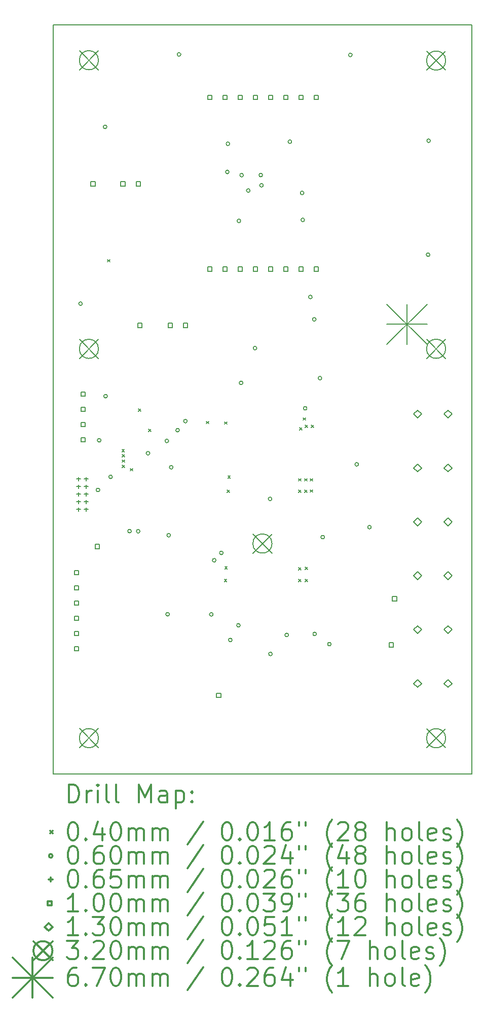
<source format=gbr>
%FSLAX45Y45*%
G04 Gerber Fmt 4.5, Leading zero omitted, Abs format (unit mm)*
G04 Created by KiCad (PCBNEW 4.0.7-e2-6376~58~ubuntu16.04.1) date Mon Jan 29 21:07:15 2018*
%MOMM*%
%LPD*%
G01*
G04 APERTURE LIST*
%ADD10C,0.127000*%
%ADD11C,0.150000*%
%ADD12C,0.200000*%
%ADD13C,0.300000*%
G04 APERTURE END LIST*
D10*
D11*
X6002000Y-4812000D02*
X6004000Y-4812000D01*
X6002000Y-17322000D02*
X6002000Y-4812000D01*
X13002000Y-17322000D02*
X6002000Y-17322000D01*
X13002000Y-4812000D02*
X13002000Y-17322000D01*
X6002000Y-4812000D02*
X13002000Y-4812000D01*
D12*
X6912000Y-8731000D02*
X6952000Y-8771000D01*
X6952000Y-8731000D02*
X6912000Y-8771000D01*
X7154000Y-11900000D02*
X7194000Y-11940000D01*
X7194000Y-11900000D02*
X7154000Y-11940000D01*
X7159000Y-11985000D02*
X7199000Y-12025000D01*
X7199000Y-11985000D02*
X7159000Y-12025000D01*
X7159000Y-12076000D02*
X7199000Y-12116000D01*
X7199000Y-12076000D02*
X7159000Y-12116000D01*
X7161000Y-12162000D02*
X7201000Y-12202000D01*
X7201000Y-12162000D02*
X7161000Y-12202000D01*
X7294000Y-12219000D02*
X7334000Y-12259000D01*
X7334000Y-12219000D02*
X7294000Y-12259000D01*
X7429000Y-11223000D02*
X7469000Y-11263000D01*
X7469000Y-11223000D02*
X7429000Y-11263000D01*
X7599000Y-11561000D02*
X7639000Y-11601000D01*
X7639000Y-11561000D02*
X7599000Y-11601000D01*
X8564000Y-11431000D02*
X8604000Y-11471000D01*
X8604000Y-11431000D02*
X8564000Y-11471000D01*
X8864000Y-14069000D02*
X8904000Y-14109000D01*
X8904000Y-14069000D02*
X8864000Y-14109000D01*
X8870000Y-11440000D02*
X8910000Y-11480000D01*
X8910000Y-11440000D02*
X8870000Y-11480000D01*
X8874000Y-13859000D02*
X8914000Y-13899000D01*
X8914000Y-13859000D02*
X8874000Y-13899000D01*
X8914000Y-12579000D02*
X8954000Y-12619000D01*
X8954000Y-12579000D02*
X8914000Y-12619000D01*
X8924000Y-12339000D02*
X8964000Y-12379000D01*
X8964000Y-12339000D02*
X8924000Y-12379000D01*
X10104000Y-12389000D02*
X10144000Y-12429000D01*
X10144000Y-12389000D02*
X10104000Y-12429000D01*
X10104000Y-12579000D02*
X10144000Y-12619000D01*
X10144000Y-12579000D02*
X10104000Y-12619000D01*
X10104000Y-14069000D02*
X10144000Y-14109000D01*
X10144000Y-14069000D02*
X10104000Y-14109000D01*
X10105000Y-13873000D02*
X10145000Y-13913000D01*
X10145000Y-13873000D02*
X10105000Y-13913000D01*
X10122000Y-11536000D02*
X10162000Y-11576000D01*
X10162000Y-11536000D02*
X10122000Y-11576000D01*
X10183000Y-11373000D02*
X10223000Y-11413000D01*
X10223000Y-11373000D02*
X10183000Y-11413000D01*
X10204000Y-12389000D02*
X10244000Y-12429000D01*
X10244000Y-12389000D02*
X10204000Y-12429000D01*
X10204000Y-12579000D02*
X10244000Y-12619000D01*
X10244000Y-12579000D02*
X10204000Y-12619000D01*
X10212000Y-11498000D02*
X10252000Y-11538000D01*
X10252000Y-11498000D02*
X10212000Y-11538000D01*
X10214000Y-14069000D02*
X10254000Y-14109000D01*
X10254000Y-14069000D02*
X10214000Y-14109000D01*
X10216000Y-13866000D02*
X10256000Y-13906000D01*
X10256000Y-13866000D02*
X10216000Y-13906000D01*
X10298000Y-12388000D02*
X10338000Y-12428000D01*
X10338000Y-12388000D02*
X10298000Y-12428000D01*
X10301000Y-12575000D02*
X10341000Y-12615000D01*
X10341000Y-12575000D02*
X10301000Y-12615000D01*
X10317000Y-11497000D02*
X10357000Y-11537000D01*
X10357000Y-11497000D02*
X10317000Y-11537000D01*
X6492000Y-9468000D02*
G75*
G03X6492000Y-9468000I-30000J0D01*
G01*
X6783000Y-12578000D02*
G75*
G03X6783000Y-12578000I-30000J0D01*
G01*
X6804000Y-11749000D02*
G75*
G03X6804000Y-11749000I-30000J0D01*
G01*
X6902000Y-6516000D02*
G75*
G03X6902000Y-6516000I-30000J0D01*
G01*
X6911000Y-11012000D02*
G75*
G03X6911000Y-11012000I-30000J0D01*
G01*
X6994000Y-12359000D02*
G75*
G03X6994000Y-12359000I-30000J0D01*
G01*
X7311000Y-13265000D02*
G75*
G03X7311000Y-13265000I-30000J0D01*
G01*
X7456000Y-13268000D02*
G75*
G03X7456000Y-13268000I-30000J0D01*
G01*
X7619000Y-11964000D02*
G75*
G03X7619000Y-11964000I-30000J0D01*
G01*
X7934000Y-11759000D02*
G75*
G03X7934000Y-11759000I-30000J0D01*
G01*
X7947000Y-14653000D02*
G75*
G03X7947000Y-14653000I-30000J0D01*
G01*
X7965000Y-13333000D02*
G75*
G03X7965000Y-13333000I-30000J0D01*
G01*
X8007000Y-12199000D02*
G75*
G03X8007000Y-12199000I-30000J0D01*
G01*
X8114000Y-11579000D02*
G75*
G03X8114000Y-11579000I-30000J0D01*
G01*
X8138000Y-5307000D02*
G75*
G03X8138000Y-5307000I-30000J0D01*
G01*
X8244000Y-11429000D02*
G75*
G03X8244000Y-11429000I-30000J0D01*
G01*
X8677000Y-14655000D02*
G75*
G03X8677000Y-14655000I-30000J0D01*
G01*
X8725000Y-13752000D02*
G75*
G03X8725000Y-13752000I-30000J0D01*
G01*
X8845000Y-13629000D02*
G75*
G03X8845000Y-13629000I-30000J0D01*
G01*
X8944000Y-7269000D02*
G75*
G03X8944000Y-7269000I-30000J0D01*
G01*
X8954000Y-6799000D02*
G75*
G03X8954000Y-6799000I-30000J0D01*
G01*
X8995000Y-15082000D02*
G75*
G03X8995000Y-15082000I-30000J0D01*
G01*
X9130000Y-14838000D02*
G75*
G03X9130000Y-14838000I-30000J0D01*
G01*
X9137500Y-8085500D02*
G75*
G03X9137500Y-8085500I-30000J0D01*
G01*
X9175000Y-10790000D02*
G75*
G03X9175000Y-10790000I-30000J0D01*
G01*
X9183000Y-7323000D02*
G75*
G03X9183000Y-7323000I-30000J0D01*
G01*
X9294000Y-7579000D02*
G75*
G03X9294000Y-7579000I-30000J0D01*
G01*
X9407000Y-10209000D02*
G75*
G03X9407000Y-10209000I-30000J0D01*
G01*
X9503000Y-7321000D02*
G75*
G03X9503000Y-7321000I-30000J0D01*
G01*
X9515000Y-7492000D02*
G75*
G03X9515000Y-7492000I-30000J0D01*
G01*
X9658000Y-12727000D02*
G75*
G03X9658000Y-12727000I-30000J0D01*
G01*
X9665000Y-15315000D02*
G75*
G03X9665000Y-15315000I-30000J0D01*
G01*
X9936000Y-14999000D02*
G75*
G03X9936000Y-14999000I-30000J0D01*
G01*
X9989000Y-6764000D02*
G75*
G03X9989000Y-6764000I-30000J0D01*
G01*
X10194000Y-7619000D02*
G75*
G03X10194000Y-7619000I-30000J0D01*
G01*
X10204000Y-8069000D02*
G75*
G03X10204000Y-8069000I-30000J0D01*
G01*
X10245000Y-11215000D02*
G75*
G03X10245000Y-11215000I-30000J0D01*
G01*
X10332000Y-9357000D02*
G75*
G03X10332000Y-9357000I-30000J0D01*
G01*
X10397000Y-9731000D02*
G75*
G03X10397000Y-9731000I-30000J0D01*
G01*
X10404000Y-14981000D02*
G75*
G03X10404000Y-14981000I-30000J0D01*
G01*
X10492000Y-10710000D02*
G75*
G03X10492000Y-10710000I-30000J0D01*
G01*
X10538000Y-13365000D02*
G75*
G03X10538000Y-13365000I-30000J0D01*
G01*
X10650000Y-15152000D02*
G75*
G03X10650000Y-15152000I-30000J0D01*
G01*
X11000000Y-5316000D02*
G75*
G03X11000000Y-5316000I-30000J0D01*
G01*
X11106000Y-12150000D02*
G75*
G03X11106000Y-12150000I-30000J0D01*
G01*
X11319000Y-13198000D02*
G75*
G03X11319000Y-13198000I-30000J0D01*
G01*
X12298000Y-8650000D02*
G75*
G03X12298000Y-8650000I-30000J0D01*
G01*
X12307000Y-6748000D02*
G75*
G03X12307000Y-6748000I-30000J0D01*
G01*
X6431000Y-12362500D02*
X6431000Y-12427500D01*
X6398500Y-12395000D02*
X6463500Y-12395000D01*
X6431000Y-12489500D02*
X6431000Y-12554500D01*
X6398500Y-12522000D02*
X6463500Y-12522000D01*
X6431000Y-12616500D02*
X6431000Y-12681500D01*
X6398500Y-12649000D02*
X6463500Y-12649000D01*
X6431000Y-12743500D02*
X6431000Y-12808500D01*
X6398500Y-12776000D02*
X6463500Y-12776000D01*
X6431000Y-12870500D02*
X6431000Y-12935500D01*
X6398500Y-12903000D02*
X6463500Y-12903000D01*
X6558000Y-12362500D02*
X6558000Y-12427500D01*
X6525500Y-12395000D02*
X6590500Y-12395000D01*
X6558000Y-12489500D02*
X6558000Y-12554500D01*
X6525500Y-12522000D02*
X6590500Y-12522000D01*
X6558000Y-12616500D02*
X6558000Y-12681500D01*
X6525500Y-12649000D02*
X6590500Y-12649000D01*
X6558000Y-12743500D02*
X6558000Y-12808500D01*
X6525500Y-12776000D02*
X6590500Y-12776000D01*
X6558000Y-12870500D02*
X6558000Y-12935500D01*
X6525500Y-12903000D02*
X6590500Y-12903000D01*
X6430356Y-13993356D02*
X6430356Y-13922644D01*
X6359644Y-13922644D01*
X6359644Y-13993356D01*
X6430356Y-13993356D01*
X6430356Y-14247356D02*
X6430356Y-14176644D01*
X6359644Y-14176644D01*
X6359644Y-14247356D01*
X6430356Y-14247356D01*
X6430356Y-14501356D02*
X6430356Y-14430644D01*
X6359644Y-14430644D01*
X6359644Y-14501356D01*
X6430356Y-14501356D01*
X6430356Y-14755356D02*
X6430356Y-14684644D01*
X6359644Y-14684644D01*
X6359644Y-14755356D01*
X6430356Y-14755356D01*
X6430356Y-15009356D02*
X6430356Y-14938644D01*
X6359644Y-14938644D01*
X6359644Y-15009356D01*
X6430356Y-15009356D01*
X6430356Y-15263356D02*
X6430356Y-15192644D01*
X6359644Y-15192644D01*
X6359644Y-15263356D01*
X6430356Y-15263356D01*
X6540356Y-11010356D02*
X6540356Y-10939644D01*
X6469644Y-10939644D01*
X6469644Y-11010356D01*
X6540356Y-11010356D01*
X6540356Y-11264356D02*
X6540356Y-11193644D01*
X6469644Y-11193644D01*
X6469644Y-11264356D01*
X6540356Y-11264356D01*
X6540356Y-11518356D02*
X6540356Y-11447644D01*
X6469644Y-11447644D01*
X6469644Y-11518356D01*
X6540356Y-11518356D01*
X6540356Y-11772356D02*
X6540356Y-11701644D01*
X6469644Y-11701644D01*
X6469644Y-11772356D01*
X6540356Y-11772356D01*
X6706372Y-7503356D02*
X6706372Y-7432644D01*
X6635660Y-7432644D01*
X6635660Y-7503356D01*
X6706372Y-7503356D01*
X6778356Y-13558356D02*
X6778356Y-13487644D01*
X6707644Y-13487644D01*
X6707644Y-13558356D01*
X6778356Y-13558356D01*
X7206356Y-7503356D02*
X7206356Y-7432644D01*
X7135644Y-7432644D01*
X7135644Y-7503356D01*
X7206356Y-7503356D01*
X7466340Y-7503356D02*
X7466340Y-7432644D01*
X7395628Y-7432644D01*
X7395628Y-7503356D01*
X7466340Y-7503356D01*
X7491356Y-9864356D02*
X7491356Y-9793644D01*
X7420644Y-9793644D01*
X7420644Y-9864356D01*
X7491356Y-9864356D01*
X7999356Y-9864356D02*
X7999356Y-9793644D01*
X7928644Y-9793644D01*
X7928644Y-9864356D01*
X7999356Y-9864356D01*
X8253356Y-9864356D02*
X8253356Y-9793644D01*
X8182644Y-9793644D01*
X8182644Y-9864356D01*
X8253356Y-9864356D01*
X8656356Y-6059356D02*
X8656356Y-5988644D01*
X8585644Y-5988644D01*
X8585644Y-6059356D01*
X8656356Y-6059356D01*
X8656356Y-8926356D02*
X8656356Y-8855644D01*
X8585644Y-8855644D01*
X8585644Y-8926356D01*
X8656356Y-8926356D01*
X8805356Y-16039356D02*
X8805356Y-15968644D01*
X8734644Y-15968644D01*
X8734644Y-16039356D01*
X8805356Y-16039356D01*
X8910356Y-6059356D02*
X8910356Y-5988644D01*
X8839644Y-5988644D01*
X8839644Y-6059356D01*
X8910356Y-6059356D01*
X8910356Y-8926356D02*
X8910356Y-8855644D01*
X8839644Y-8855644D01*
X8839644Y-8926356D01*
X8910356Y-8926356D01*
X9164356Y-6059356D02*
X9164356Y-5988644D01*
X9093644Y-5988644D01*
X9093644Y-6059356D01*
X9164356Y-6059356D01*
X9164356Y-8926356D02*
X9164356Y-8855644D01*
X9093644Y-8855644D01*
X9093644Y-8926356D01*
X9164356Y-8926356D01*
X9418356Y-6059356D02*
X9418356Y-5988644D01*
X9347644Y-5988644D01*
X9347644Y-6059356D01*
X9418356Y-6059356D01*
X9418356Y-8926356D02*
X9418356Y-8855644D01*
X9347644Y-8855644D01*
X9347644Y-8926356D01*
X9418356Y-8926356D01*
X9672356Y-6059356D02*
X9672356Y-5988644D01*
X9601644Y-5988644D01*
X9601644Y-6059356D01*
X9672356Y-6059356D01*
X9672356Y-8926356D02*
X9672356Y-8855644D01*
X9601644Y-8855644D01*
X9601644Y-8926356D01*
X9672356Y-8926356D01*
X9926356Y-6059356D02*
X9926356Y-5988644D01*
X9855644Y-5988644D01*
X9855644Y-6059356D01*
X9926356Y-6059356D01*
X9926356Y-8926356D02*
X9926356Y-8855644D01*
X9855644Y-8855644D01*
X9855644Y-8926356D01*
X9926356Y-8926356D01*
X10180356Y-6059356D02*
X10180356Y-5988644D01*
X10109644Y-5988644D01*
X10109644Y-6059356D01*
X10180356Y-6059356D01*
X10180356Y-8926356D02*
X10180356Y-8855644D01*
X10109644Y-8855644D01*
X10109644Y-8926356D01*
X10180356Y-8926356D01*
X10434356Y-6059356D02*
X10434356Y-5988644D01*
X10363644Y-5988644D01*
X10363644Y-6059356D01*
X10434356Y-6059356D01*
X10434356Y-8926356D02*
X10434356Y-8855644D01*
X10363644Y-8855644D01*
X10363644Y-8926356D01*
X10434356Y-8926356D01*
X11686356Y-15198356D02*
X11686356Y-15127644D01*
X11615644Y-15127644D01*
X11615644Y-15198356D01*
X11686356Y-15198356D01*
X11744356Y-14429356D02*
X11744356Y-14358644D01*
X11673644Y-14358644D01*
X11673644Y-14429356D01*
X11744356Y-14429356D01*
X12092000Y-11375000D02*
X12157000Y-11310000D01*
X12092000Y-11245000D01*
X12027000Y-11310000D01*
X12092000Y-11375000D01*
X12092000Y-12275000D02*
X12157000Y-12210000D01*
X12092000Y-12145000D01*
X12027000Y-12210000D01*
X12092000Y-12275000D01*
X12092000Y-13175000D02*
X12157000Y-13110000D01*
X12092000Y-13045000D01*
X12027000Y-13110000D01*
X12092000Y-13175000D01*
X12092000Y-14075000D02*
X12157000Y-14010000D01*
X12092000Y-13945000D01*
X12027000Y-14010000D01*
X12092000Y-14075000D01*
X12092000Y-14975000D02*
X12157000Y-14910000D01*
X12092000Y-14845000D01*
X12027000Y-14910000D01*
X12092000Y-14975000D01*
X12092000Y-15875000D02*
X12157000Y-15810000D01*
X12092000Y-15745000D01*
X12027000Y-15810000D01*
X12092000Y-15875000D01*
X12600000Y-11375000D02*
X12665000Y-11310000D01*
X12600000Y-11245000D01*
X12535000Y-11310000D01*
X12600000Y-11375000D01*
X12600000Y-12275000D02*
X12665000Y-12210000D01*
X12600000Y-12145000D01*
X12535000Y-12210000D01*
X12600000Y-12275000D01*
X12600000Y-13175000D02*
X12665000Y-13110000D01*
X12600000Y-13045000D01*
X12535000Y-13110000D01*
X12600000Y-13175000D01*
X12600000Y-14075000D02*
X12665000Y-14010000D01*
X12600000Y-13945000D01*
X12535000Y-14010000D01*
X12600000Y-14075000D01*
X12600000Y-14975000D02*
X12665000Y-14910000D01*
X12600000Y-14845000D01*
X12535000Y-14910000D01*
X12600000Y-14975000D01*
X12600000Y-15875000D02*
X12665000Y-15810000D01*
X12600000Y-15745000D01*
X12535000Y-15810000D01*
X12600000Y-15875000D01*
X6442000Y-5244000D02*
X6762000Y-5564000D01*
X6762000Y-5244000D02*
X6442000Y-5564000D01*
X6762000Y-5404000D02*
G75*
G03X6762000Y-5404000I-160000J0D01*
G01*
X6442000Y-10062000D02*
X6762000Y-10382000D01*
X6762000Y-10062000D02*
X6442000Y-10382000D01*
X6762000Y-10222000D02*
G75*
G03X6762000Y-10222000I-160000J0D01*
G01*
X6442000Y-16561000D02*
X6762000Y-16881000D01*
X6762000Y-16561000D02*
X6442000Y-16881000D01*
X6762000Y-16721000D02*
G75*
G03X6762000Y-16721000I-160000J0D01*
G01*
X9341000Y-13312000D02*
X9661000Y-13632000D01*
X9661000Y-13312000D02*
X9341000Y-13632000D01*
X9661000Y-13472000D02*
G75*
G03X9661000Y-13472000I-160000J0D01*
G01*
X12242000Y-10061000D02*
X12562000Y-10381000D01*
X12562000Y-10061000D02*
X12242000Y-10381000D01*
X12562000Y-10221000D02*
G75*
G03X12562000Y-10221000I-160000J0D01*
G01*
X12242000Y-16562000D02*
X12562000Y-16882000D01*
X12562000Y-16562000D02*
X12242000Y-16882000D01*
X12562000Y-16722000D02*
G75*
G03X12562000Y-16722000I-160000J0D01*
G01*
X12243000Y-5250000D02*
X12563000Y-5570000D01*
X12563000Y-5250000D02*
X12243000Y-5570000D01*
X12563000Y-5410000D02*
G75*
G03X12563000Y-5410000I-160000J0D01*
G01*
X11581000Y-9475000D02*
X12251000Y-10145000D01*
X12251000Y-9475000D02*
X11581000Y-10145000D01*
X11916000Y-9475000D02*
X11916000Y-10145000D01*
X11581000Y-9810000D02*
X12251000Y-9810000D01*
D13*
X6265928Y-17795214D02*
X6265928Y-17495214D01*
X6337357Y-17495214D01*
X6380214Y-17509500D01*
X6408786Y-17538072D01*
X6423071Y-17566643D01*
X6437357Y-17623786D01*
X6437357Y-17666643D01*
X6423071Y-17723786D01*
X6408786Y-17752357D01*
X6380214Y-17780929D01*
X6337357Y-17795214D01*
X6265928Y-17795214D01*
X6565928Y-17795214D02*
X6565928Y-17595214D01*
X6565928Y-17652357D02*
X6580214Y-17623786D01*
X6594500Y-17609500D01*
X6623071Y-17595214D01*
X6651643Y-17595214D01*
X6751643Y-17795214D02*
X6751643Y-17595214D01*
X6751643Y-17495214D02*
X6737357Y-17509500D01*
X6751643Y-17523786D01*
X6765928Y-17509500D01*
X6751643Y-17495214D01*
X6751643Y-17523786D01*
X6937357Y-17795214D02*
X6908786Y-17780929D01*
X6894500Y-17752357D01*
X6894500Y-17495214D01*
X7094500Y-17795214D02*
X7065928Y-17780929D01*
X7051643Y-17752357D01*
X7051643Y-17495214D01*
X7437357Y-17795214D02*
X7437357Y-17495214D01*
X7537357Y-17709500D01*
X7637357Y-17495214D01*
X7637357Y-17795214D01*
X7908786Y-17795214D02*
X7908786Y-17638072D01*
X7894500Y-17609500D01*
X7865928Y-17595214D01*
X7808786Y-17595214D01*
X7780214Y-17609500D01*
X7908786Y-17780929D02*
X7880214Y-17795214D01*
X7808786Y-17795214D01*
X7780214Y-17780929D01*
X7765928Y-17752357D01*
X7765928Y-17723786D01*
X7780214Y-17695214D01*
X7808786Y-17680929D01*
X7880214Y-17680929D01*
X7908786Y-17666643D01*
X8051643Y-17595214D02*
X8051643Y-17895214D01*
X8051643Y-17609500D02*
X8080214Y-17595214D01*
X8137357Y-17595214D01*
X8165928Y-17609500D01*
X8180214Y-17623786D01*
X8194500Y-17652357D01*
X8194500Y-17738072D01*
X8180214Y-17766643D01*
X8165928Y-17780929D01*
X8137357Y-17795214D01*
X8080214Y-17795214D01*
X8051643Y-17780929D01*
X8323071Y-17766643D02*
X8337357Y-17780929D01*
X8323071Y-17795214D01*
X8308786Y-17780929D01*
X8323071Y-17766643D01*
X8323071Y-17795214D01*
X8323071Y-17609500D02*
X8337357Y-17623786D01*
X8323071Y-17638072D01*
X8308786Y-17623786D01*
X8323071Y-17609500D01*
X8323071Y-17638072D01*
X5954500Y-18269500D02*
X5994500Y-18309500D01*
X5994500Y-18269500D02*
X5954500Y-18309500D01*
X6323071Y-18125214D02*
X6351643Y-18125214D01*
X6380214Y-18139500D01*
X6394500Y-18153786D01*
X6408786Y-18182357D01*
X6423071Y-18239500D01*
X6423071Y-18310929D01*
X6408786Y-18368072D01*
X6394500Y-18396643D01*
X6380214Y-18410929D01*
X6351643Y-18425214D01*
X6323071Y-18425214D01*
X6294500Y-18410929D01*
X6280214Y-18396643D01*
X6265928Y-18368072D01*
X6251643Y-18310929D01*
X6251643Y-18239500D01*
X6265928Y-18182357D01*
X6280214Y-18153786D01*
X6294500Y-18139500D01*
X6323071Y-18125214D01*
X6551643Y-18396643D02*
X6565928Y-18410929D01*
X6551643Y-18425214D01*
X6537357Y-18410929D01*
X6551643Y-18396643D01*
X6551643Y-18425214D01*
X6823071Y-18225214D02*
X6823071Y-18425214D01*
X6751643Y-18110929D02*
X6680214Y-18325214D01*
X6865928Y-18325214D01*
X7037357Y-18125214D02*
X7065928Y-18125214D01*
X7094500Y-18139500D01*
X7108786Y-18153786D01*
X7123071Y-18182357D01*
X7137357Y-18239500D01*
X7137357Y-18310929D01*
X7123071Y-18368072D01*
X7108786Y-18396643D01*
X7094500Y-18410929D01*
X7065928Y-18425214D01*
X7037357Y-18425214D01*
X7008786Y-18410929D01*
X6994500Y-18396643D01*
X6980214Y-18368072D01*
X6965928Y-18310929D01*
X6965928Y-18239500D01*
X6980214Y-18182357D01*
X6994500Y-18153786D01*
X7008786Y-18139500D01*
X7037357Y-18125214D01*
X7265928Y-18425214D02*
X7265928Y-18225214D01*
X7265928Y-18253786D02*
X7280214Y-18239500D01*
X7308786Y-18225214D01*
X7351643Y-18225214D01*
X7380214Y-18239500D01*
X7394500Y-18268072D01*
X7394500Y-18425214D01*
X7394500Y-18268072D02*
X7408786Y-18239500D01*
X7437357Y-18225214D01*
X7480214Y-18225214D01*
X7508786Y-18239500D01*
X7523071Y-18268072D01*
X7523071Y-18425214D01*
X7665928Y-18425214D02*
X7665928Y-18225214D01*
X7665928Y-18253786D02*
X7680214Y-18239500D01*
X7708786Y-18225214D01*
X7751643Y-18225214D01*
X7780214Y-18239500D01*
X7794500Y-18268072D01*
X7794500Y-18425214D01*
X7794500Y-18268072D02*
X7808786Y-18239500D01*
X7837357Y-18225214D01*
X7880214Y-18225214D01*
X7908786Y-18239500D01*
X7923071Y-18268072D01*
X7923071Y-18425214D01*
X8508786Y-18110929D02*
X8251643Y-18496643D01*
X8894500Y-18125214D02*
X8923071Y-18125214D01*
X8951643Y-18139500D01*
X8965928Y-18153786D01*
X8980214Y-18182357D01*
X8994500Y-18239500D01*
X8994500Y-18310929D01*
X8980214Y-18368072D01*
X8965928Y-18396643D01*
X8951643Y-18410929D01*
X8923071Y-18425214D01*
X8894500Y-18425214D01*
X8865928Y-18410929D01*
X8851643Y-18396643D01*
X8837357Y-18368072D01*
X8823071Y-18310929D01*
X8823071Y-18239500D01*
X8837357Y-18182357D01*
X8851643Y-18153786D01*
X8865928Y-18139500D01*
X8894500Y-18125214D01*
X9123071Y-18396643D02*
X9137357Y-18410929D01*
X9123071Y-18425214D01*
X9108786Y-18410929D01*
X9123071Y-18396643D01*
X9123071Y-18425214D01*
X9323071Y-18125214D02*
X9351643Y-18125214D01*
X9380214Y-18139500D01*
X9394500Y-18153786D01*
X9408786Y-18182357D01*
X9423071Y-18239500D01*
X9423071Y-18310929D01*
X9408786Y-18368072D01*
X9394500Y-18396643D01*
X9380214Y-18410929D01*
X9351643Y-18425214D01*
X9323071Y-18425214D01*
X9294500Y-18410929D01*
X9280214Y-18396643D01*
X9265928Y-18368072D01*
X9251643Y-18310929D01*
X9251643Y-18239500D01*
X9265928Y-18182357D01*
X9280214Y-18153786D01*
X9294500Y-18139500D01*
X9323071Y-18125214D01*
X9708786Y-18425214D02*
X9537357Y-18425214D01*
X9623071Y-18425214D02*
X9623071Y-18125214D01*
X9594500Y-18168072D01*
X9565928Y-18196643D01*
X9537357Y-18210929D01*
X9965928Y-18125214D02*
X9908786Y-18125214D01*
X9880214Y-18139500D01*
X9865928Y-18153786D01*
X9837357Y-18196643D01*
X9823071Y-18253786D01*
X9823071Y-18368072D01*
X9837357Y-18396643D01*
X9851643Y-18410929D01*
X9880214Y-18425214D01*
X9937357Y-18425214D01*
X9965928Y-18410929D01*
X9980214Y-18396643D01*
X9994500Y-18368072D01*
X9994500Y-18296643D01*
X9980214Y-18268072D01*
X9965928Y-18253786D01*
X9937357Y-18239500D01*
X9880214Y-18239500D01*
X9851643Y-18253786D01*
X9837357Y-18268072D01*
X9823071Y-18296643D01*
X10108786Y-18125214D02*
X10108786Y-18182357D01*
X10223071Y-18125214D02*
X10223071Y-18182357D01*
X10665928Y-18539500D02*
X10651643Y-18525214D01*
X10623071Y-18482357D01*
X10608786Y-18453786D01*
X10594500Y-18410929D01*
X10580214Y-18339500D01*
X10580214Y-18282357D01*
X10594500Y-18210929D01*
X10608786Y-18168072D01*
X10623071Y-18139500D01*
X10651643Y-18096643D01*
X10665928Y-18082357D01*
X10765928Y-18153786D02*
X10780214Y-18139500D01*
X10808786Y-18125214D01*
X10880214Y-18125214D01*
X10908786Y-18139500D01*
X10923071Y-18153786D01*
X10937357Y-18182357D01*
X10937357Y-18210929D01*
X10923071Y-18253786D01*
X10751643Y-18425214D01*
X10937357Y-18425214D01*
X11108786Y-18253786D02*
X11080214Y-18239500D01*
X11065928Y-18225214D01*
X11051643Y-18196643D01*
X11051643Y-18182357D01*
X11065928Y-18153786D01*
X11080214Y-18139500D01*
X11108786Y-18125214D01*
X11165928Y-18125214D01*
X11194500Y-18139500D01*
X11208785Y-18153786D01*
X11223071Y-18182357D01*
X11223071Y-18196643D01*
X11208785Y-18225214D01*
X11194500Y-18239500D01*
X11165928Y-18253786D01*
X11108786Y-18253786D01*
X11080214Y-18268072D01*
X11065928Y-18282357D01*
X11051643Y-18310929D01*
X11051643Y-18368072D01*
X11065928Y-18396643D01*
X11080214Y-18410929D01*
X11108786Y-18425214D01*
X11165928Y-18425214D01*
X11194500Y-18410929D01*
X11208785Y-18396643D01*
X11223071Y-18368072D01*
X11223071Y-18310929D01*
X11208785Y-18282357D01*
X11194500Y-18268072D01*
X11165928Y-18253786D01*
X11580214Y-18425214D02*
X11580214Y-18125214D01*
X11708785Y-18425214D02*
X11708785Y-18268072D01*
X11694500Y-18239500D01*
X11665928Y-18225214D01*
X11623071Y-18225214D01*
X11594500Y-18239500D01*
X11580214Y-18253786D01*
X11894500Y-18425214D02*
X11865928Y-18410929D01*
X11851643Y-18396643D01*
X11837357Y-18368072D01*
X11837357Y-18282357D01*
X11851643Y-18253786D01*
X11865928Y-18239500D01*
X11894500Y-18225214D01*
X11937357Y-18225214D01*
X11965928Y-18239500D01*
X11980214Y-18253786D01*
X11994500Y-18282357D01*
X11994500Y-18368072D01*
X11980214Y-18396643D01*
X11965928Y-18410929D01*
X11937357Y-18425214D01*
X11894500Y-18425214D01*
X12165928Y-18425214D02*
X12137357Y-18410929D01*
X12123071Y-18382357D01*
X12123071Y-18125214D01*
X12394500Y-18410929D02*
X12365928Y-18425214D01*
X12308786Y-18425214D01*
X12280214Y-18410929D01*
X12265928Y-18382357D01*
X12265928Y-18268072D01*
X12280214Y-18239500D01*
X12308786Y-18225214D01*
X12365928Y-18225214D01*
X12394500Y-18239500D01*
X12408786Y-18268072D01*
X12408786Y-18296643D01*
X12265928Y-18325214D01*
X12523071Y-18410929D02*
X12551643Y-18425214D01*
X12608786Y-18425214D01*
X12637357Y-18410929D01*
X12651643Y-18382357D01*
X12651643Y-18368072D01*
X12637357Y-18339500D01*
X12608786Y-18325214D01*
X12565928Y-18325214D01*
X12537357Y-18310929D01*
X12523071Y-18282357D01*
X12523071Y-18268072D01*
X12537357Y-18239500D01*
X12565928Y-18225214D01*
X12608786Y-18225214D01*
X12637357Y-18239500D01*
X12751643Y-18539500D02*
X12765928Y-18525214D01*
X12794500Y-18482357D01*
X12808786Y-18453786D01*
X12823071Y-18410929D01*
X12837357Y-18339500D01*
X12837357Y-18282357D01*
X12823071Y-18210929D01*
X12808786Y-18168072D01*
X12794500Y-18139500D01*
X12765928Y-18096643D01*
X12751643Y-18082357D01*
X5994500Y-18685500D02*
G75*
G03X5994500Y-18685500I-30000J0D01*
G01*
X6323071Y-18521214D02*
X6351643Y-18521214D01*
X6380214Y-18535500D01*
X6394500Y-18549786D01*
X6408786Y-18578357D01*
X6423071Y-18635500D01*
X6423071Y-18706929D01*
X6408786Y-18764072D01*
X6394500Y-18792643D01*
X6380214Y-18806929D01*
X6351643Y-18821214D01*
X6323071Y-18821214D01*
X6294500Y-18806929D01*
X6280214Y-18792643D01*
X6265928Y-18764072D01*
X6251643Y-18706929D01*
X6251643Y-18635500D01*
X6265928Y-18578357D01*
X6280214Y-18549786D01*
X6294500Y-18535500D01*
X6323071Y-18521214D01*
X6551643Y-18792643D02*
X6565928Y-18806929D01*
X6551643Y-18821214D01*
X6537357Y-18806929D01*
X6551643Y-18792643D01*
X6551643Y-18821214D01*
X6823071Y-18521214D02*
X6765928Y-18521214D01*
X6737357Y-18535500D01*
X6723071Y-18549786D01*
X6694500Y-18592643D01*
X6680214Y-18649786D01*
X6680214Y-18764072D01*
X6694500Y-18792643D01*
X6708786Y-18806929D01*
X6737357Y-18821214D01*
X6794500Y-18821214D01*
X6823071Y-18806929D01*
X6837357Y-18792643D01*
X6851643Y-18764072D01*
X6851643Y-18692643D01*
X6837357Y-18664072D01*
X6823071Y-18649786D01*
X6794500Y-18635500D01*
X6737357Y-18635500D01*
X6708786Y-18649786D01*
X6694500Y-18664072D01*
X6680214Y-18692643D01*
X7037357Y-18521214D02*
X7065928Y-18521214D01*
X7094500Y-18535500D01*
X7108786Y-18549786D01*
X7123071Y-18578357D01*
X7137357Y-18635500D01*
X7137357Y-18706929D01*
X7123071Y-18764072D01*
X7108786Y-18792643D01*
X7094500Y-18806929D01*
X7065928Y-18821214D01*
X7037357Y-18821214D01*
X7008786Y-18806929D01*
X6994500Y-18792643D01*
X6980214Y-18764072D01*
X6965928Y-18706929D01*
X6965928Y-18635500D01*
X6980214Y-18578357D01*
X6994500Y-18549786D01*
X7008786Y-18535500D01*
X7037357Y-18521214D01*
X7265928Y-18821214D02*
X7265928Y-18621214D01*
X7265928Y-18649786D02*
X7280214Y-18635500D01*
X7308786Y-18621214D01*
X7351643Y-18621214D01*
X7380214Y-18635500D01*
X7394500Y-18664072D01*
X7394500Y-18821214D01*
X7394500Y-18664072D02*
X7408786Y-18635500D01*
X7437357Y-18621214D01*
X7480214Y-18621214D01*
X7508786Y-18635500D01*
X7523071Y-18664072D01*
X7523071Y-18821214D01*
X7665928Y-18821214D02*
X7665928Y-18621214D01*
X7665928Y-18649786D02*
X7680214Y-18635500D01*
X7708786Y-18621214D01*
X7751643Y-18621214D01*
X7780214Y-18635500D01*
X7794500Y-18664072D01*
X7794500Y-18821214D01*
X7794500Y-18664072D02*
X7808786Y-18635500D01*
X7837357Y-18621214D01*
X7880214Y-18621214D01*
X7908786Y-18635500D01*
X7923071Y-18664072D01*
X7923071Y-18821214D01*
X8508786Y-18506929D02*
X8251643Y-18892643D01*
X8894500Y-18521214D02*
X8923071Y-18521214D01*
X8951643Y-18535500D01*
X8965928Y-18549786D01*
X8980214Y-18578357D01*
X8994500Y-18635500D01*
X8994500Y-18706929D01*
X8980214Y-18764072D01*
X8965928Y-18792643D01*
X8951643Y-18806929D01*
X8923071Y-18821214D01*
X8894500Y-18821214D01*
X8865928Y-18806929D01*
X8851643Y-18792643D01*
X8837357Y-18764072D01*
X8823071Y-18706929D01*
X8823071Y-18635500D01*
X8837357Y-18578357D01*
X8851643Y-18549786D01*
X8865928Y-18535500D01*
X8894500Y-18521214D01*
X9123071Y-18792643D02*
X9137357Y-18806929D01*
X9123071Y-18821214D01*
X9108786Y-18806929D01*
X9123071Y-18792643D01*
X9123071Y-18821214D01*
X9323071Y-18521214D02*
X9351643Y-18521214D01*
X9380214Y-18535500D01*
X9394500Y-18549786D01*
X9408786Y-18578357D01*
X9423071Y-18635500D01*
X9423071Y-18706929D01*
X9408786Y-18764072D01*
X9394500Y-18792643D01*
X9380214Y-18806929D01*
X9351643Y-18821214D01*
X9323071Y-18821214D01*
X9294500Y-18806929D01*
X9280214Y-18792643D01*
X9265928Y-18764072D01*
X9251643Y-18706929D01*
X9251643Y-18635500D01*
X9265928Y-18578357D01*
X9280214Y-18549786D01*
X9294500Y-18535500D01*
X9323071Y-18521214D01*
X9537357Y-18549786D02*
X9551643Y-18535500D01*
X9580214Y-18521214D01*
X9651643Y-18521214D01*
X9680214Y-18535500D01*
X9694500Y-18549786D01*
X9708786Y-18578357D01*
X9708786Y-18606929D01*
X9694500Y-18649786D01*
X9523071Y-18821214D01*
X9708786Y-18821214D01*
X9965928Y-18621214D02*
X9965928Y-18821214D01*
X9894500Y-18506929D02*
X9823071Y-18721214D01*
X10008786Y-18721214D01*
X10108786Y-18521214D02*
X10108786Y-18578357D01*
X10223071Y-18521214D02*
X10223071Y-18578357D01*
X10665928Y-18935500D02*
X10651643Y-18921214D01*
X10623071Y-18878357D01*
X10608786Y-18849786D01*
X10594500Y-18806929D01*
X10580214Y-18735500D01*
X10580214Y-18678357D01*
X10594500Y-18606929D01*
X10608786Y-18564072D01*
X10623071Y-18535500D01*
X10651643Y-18492643D01*
X10665928Y-18478357D01*
X10908786Y-18621214D02*
X10908786Y-18821214D01*
X10837357Y-18506929D02*
X10765928Y-18721214D01*
X10951643Y-18721214D01*
X11108786Y-18649786D02*
X11080214Y-18635500D01*
X11065928Y-18621214D01*
X11051643Y-18592643D01*
X11051643Y-18578357D01*
X11065928Y-18549786D01*
X11080214Y-18535500D01*
X11108786Y-18521214D01*
X11165928Y-18521214D01*
X11194500Y-18535500D01*
X11208785Y-18549786D01*
X11223071Y-18578357D01*
X11223071Y-18592643D01*
X11208785Y-18621214D01*
X11194500Y-18635500D01*
X11165928Y-18649786D01*
X11108786Y-18649786D01*
X11080214Y-18664072D01*
X11065928Y-18678357D01*
X11051643Y-18706929D01*
X11051643Y-18764072D01*
X11065928Y-18792643D01*
X11080214Y-18806929D01*
X11108786Y-18821214D01*
X11165928Y-18821214D01*
X11194500Y-18806929D01*
X11208785Y-18792643D01*
X11223071Y-18764072D01*
X11223071Y-18706929D01*
X11208785Y-18678357D01*
X11194500Y-18664072D01*
X11165928Y-18649786D01*
X11580214Y-18821214D02*
X11580214Y-18521214D01*
X11708785Y-18821214D02*
X11708785Y-18664072D01*
X11694500Y-18635500D01*
X11665928Y-18621214D01*
X11623071Y-18621214D01*
X11594500Y-18635500D01*
X11580214Y-18649786D01*
X11894500Y-18821214D02*
X11865928Y-18806929D01*
X11851643Y-18792643D01*
X11837357Y-18764072D01*
X11837357Y-18678357D01*
X11851643Y-18649786D01*
X11865928Y-18635500D01*
X11894500Y-18621214D01*
X11937357Y-18621214D01*
X11965928Y-18635500D01*
X11980214Y-18649786D01*
X11994500Y-18678357D01*
X11994500Y-18764072D01*
X11980214Y-18792643D01*
X11965928Y-18806929D01*
X11937357Y-18821214D01*
X11894500Y-18821214D01*
X12165928Y-18821214D02*
X12137357Y-18806929D01*
X12123071Y-18778357D01*
X12123071Y-18521214D01*
X12394500Y-18806929D02*
X12365928Y-18821214D01*
X12308786Y-18821214D01*
X12280214Y-18806929D01*
X12265928Y-18778357D01*
X12265928Y-18664072D01*
X12280214Y-18635500D01*
X12308786Y-18621214D01*
X12365928Y-18621214D01*
X12394500Y-18635500D01*
X12408786Y-18664072D01*
X12408786Y-18692643D01*
X12265928Y-18721214D01*
X12523071Y-18806929D02*
X12551643Y-18821214D01*
X12608786Y-18821214D01*
X12637357Y-18806929D01*
X12651643Y-18778357D01*
X12651643Y-18764072D01*
X12637357Y-18735500D01*
X12608786Y-18721214D01*
X12565928Y-18721214D01*
X12537357Y-18706929D01*
X12523071Y-18678357D01*
X12523071Y-18664072D01*
X12537357Y-18635500D01*
X12565928Y-18621214D01*
X12608786Y-18621214D01*
X12637357Y-18635500D01*
X12751643Y-18935500D02*
X12765928Y-18921214D01*
X12794500Y-18878357D01*
X12808786Y-18849786D01*
X12823071Y-18806929D01*
X12837357Y-18735500D01*
X12837357Y-18678357D01*
X12823071Y-18606929D01*
X12808786Y-18564072D01*
X12794500Y-18535500D01*
X12765928Y-18492643D01*
X12751643Y-18478357D01*
X5962000Y-19049000D02*
X5962000Y-19114000D01*
X5929500Y-19081500D02*
X5994500Y-19081500D01*
X6323071Y-18917214D02*
X6351643Y-18917214D01*
X6380214Y-18931500D01*
X6394500Y-18945786D01*
X6408786Y-18974357D01*
X6423071Y-19031500D01*
X6423071Y-19102929D01*
X6408786Y-19160072D01*
X6394500Y-19188643D01*
X6380214Y-19202929D01*
X6351643Y-19217214D01*
X6323071Y-19217214D01*
X6294500Y-19202929D01*
X6280214Y-19188643D01*
X6265928Y-19160072D01*
X6251643Y-19102929D01*
X6251643Y-19031500D01*
X6265928Y-18974357D01*
X6280214Y-18945786D01*
X6294500Y-18931500D01*
X6323071Y-18917214D01*
X6551643Y-19188643D02*
X6565928Y-19202929D01*
X6551643Y-19217214D01*
X6537357Y-19202929D01*
X6551643Y-19188643D01*
X6551643Y-19217214D01*
X6823071Y-18917214D02*
X6765928Y-18917214D01*
X6737357Y-18931500D01*
X6723071Y-18945786D01*
X6694500Y-18988643D01*
X6680214Y-19045786D01*
X6680214Y-19160072D01*
X6694500Y-19188643D01*
X6708786Y-19202929D01*
X6737357Y-19217214D01*
X6794500Y-19217214D01*
X6823071Y-19202929D01*
X6837357Y-19188643D01*
X6851643Y-19160072D01*
X6851643Y-19088643D01*
X6837357Y-19060072D01*
X6823071Y-19045786D01*
X6794500Y-19031500D01*
X6737357Y-19031500D01*
X6708786Y-19045786D01*
X6694500Y-19060072D01*
X6680214Y-19088643D01*
X7123071Y-18917214D02*
X6980214Y-18917214D01*
X6965928Y-19060072D01*
X6980214Y-19045786D01*
X7008786Y-19031500D01*
X7080214Y-19031500D01*
X7108786Y-19045786D01*
X7123071Y-19060072D01*
X7137357Y-19088643D01*
X7137357Y-19160072D01*
X7123071Y-19188643D01*
X7108786Y-19202929D01*
X7080214Y-19217214D01*
X7008786Y-19217214D01*
X6980214Y-19202929D01*
X6965928Y-19188643D01*
X7265928Y-19217214D02*
X7265928Y-19017214D01*
X7265928Y-19045786D02*
X7280214Y-19031500D01*
X7308786Y-19017214D01*
X7351643Y-19017214D01*
X7380214Y-19031500D01*
X7394500Y-19060072D01*
X7394500Y-19217214D01*
X7394500Y-19060072D02*
X7408786Y-19031500D01*
X7437357Y-19017214D01*
X7480214Y-19017214D01*
X7508786Y-19031500D01*
X7523071Y-19060072D01*
X7523071Y-19217214D01*
X7665928Y-19217214D02*
X7665928Y-19017214D01*
X7665928Y-19045786D02*
X7680214Y-19031500D01*
X7708786Y-19017214D01*
X7751643Y-19017214D01*
X7780214Y-19031500D01*
X7794500Y-19060072D01*
X7794500Y-19217214D01*
X7794500Y-19060072D02*
X7808786Y-19031500D01*
X7837357Y-19017214D01*
X7880214Y-19017214D01*
X7908786Y-19031500D01*
X7923071Y-19060072D01*
X7923071Y-19217214D01*
X8508786Y-18902929D02*
X8251643Y-19288643D01*
X8894500Y-18917214D02*
X8923071Y-18917214D01*
X8951643Y-18931500D01*
X8965928Y-18945786D01*
X8980214Y-18974357D01*
X8994500Y-19031500D01*
X8994500Y-19102929D01*
X8980214Y-19160072D01*
X8965928Y-19188643D01*
X8951643Y-19202929D01*
X8923071Y-19217214D01*
X8894500Y-19217214D01*
X8865928Y-19202929D01*
X8851643Y-19188643D01*
X8837357Y-19160072D01*
X8823071Y-19102929D01*
X8823071Y-19031500D01*
X8837357Y-18974357D01*
X8851643Y-18945786D01*
X8865928Y-18931500D01*
X8894500Y-18917214D01*
X9123071Y-19188643D02*
X9137357Y-19202929D01*
X9123071Y-19217214D01*
X9108786Y-19202929D01*
X9123071Y-19188643D01*
X9123071Y-19217214D01*
X9323071Y-18917214D02*
X9351643Y-18917214D01*
X9380214Y-18931500D01*
X9394500Y-18945786D01*
X9408786Y-18974357D01*
X9423071Y-19031500D01*
X9423071Y-19102929D01*
X9408786Y-19160072D01*
X9394500Y-19188643D01*
X9380214Y-19202929D01*
X9351643Y-19217214D01*
X9323071Y-19217214D01*
X9294500Y-19202929D01*
X9280214Y-19188643D01*
X9265928Y-19160072D01*
X9251643Y-19102929D01*
X9251643Y-19031500D01*
X9265928Y-18974357D01*
X9280214Y-18945786D01*
X9294500Y-18931500D01*
X9323071Y-18917214D01*
X9537357Y-18945786D02*
X9551643Y-18931500D01*
X9580214Y-18917214D01*
X9651643Y-18917214D01*
X9680214Y-18931500D01*
X9694500Y-18945786D01*
X9708786Y-18974357D01*
X9708786Y-19002929D01*
X9694500Y-19045786D01*
X9523071Y-19217214D01*
X9708786Y-19217214D01*
X9965928Y-18917214D02*
X9908786Y-18917214D01*
X9880214Y-18931500D01*
X9865928Y-18945786D01*
X9837357Y-18988643D01*
X9823071Y-19045786D01*
X9823071Y-19160072D01*
X9837357Y-19188643D01*
X9851643Y-19202929D01*
X9880214Y-19217214D01*
X9937357Y-19217214D01*
X9965928Y-19202929D01*
X9980214Y-19188643D01*
X9994500Y-19160072D01*
X9994500Y-19088643D01*
X9980214Y-19060072D01*
X9965928Y-19045786D01*
X9937357Y-19031500D01*
X9880214Y-19031500D01*
X9851643Y-19045786D01*
X9837357Y-19060072D01*
X9823071Y-19088643D01*
X10108786Y-18917214D02*
X10108786Y-18974357D01*
X10223071Y-18917214D02*
X10223071Y-18974357D01*
X10665928Y-19331500D02*
X10651643Y-19317214D01*
X10623071Y-19274357D01*
X10608786Y-19245786D01*
X10594500Y-19202929D01*
X10580214Y-19131500D01*
X10580214Y-19074357D01*
X10594500Y-19002929D01*
X10608786Y-18960072D01*
X10623071Y-18931500D01*
X10651643Y-18888643D01*
X10665928Y-18874357D01*
X10937357Y-19217214D02*
X10765928Y-19217214D01*
X10851643Y-19217214D02*
X10851643Y-18917214D01*
X10823071Y-18960072D01*
X10794500Y-18988643D01*
X10765928Y-19002929D01*
X11123071Y-18917214D02*
X11151643Y-18917214D01*
X11180214Y-18931500D01*
X11194500Y-18945786D01*
X11208785Y-18974357D01*
X11223071Y-19031500D01*
X11223071Y-19102929D01*
X11208785Y-19160072D01*
X11194500Y-19188643D01*
X11180214Y-19202929D01*
X11151643Y-19217214D01*
X11123071Y-19217214D01*
X11094500Y-19202929D01*
X11080214Y-19188643D01*
X11065928Y-19160072D01*
X11051643Y-19102929D01*
X11051643Y-19031500D01*
X11065928Y-18974357D01*
X11080214Y-18945786D01*
X11094500Y-18931500D01*
X11123071Y-18917214D01*
X11580214Y-19217214D02*
X11580214Y-18917214D01*
X11708785Y-19217214D02*
X11708785Y-19060072D01*
X11694500Y-19031500D01*
X11665928Y-19017214D01*
X11623071Y-19017214D01*
X11594500Y-19031500D01*
X11580214Y-19045786D01*
X11894500Y-19217214D02*
X11865928Y-19202929D01*
X11851643Y-19188643D01*
X11837357Y-19160072D01*
X11837357Y-19074357D01*
X11851643Y-19045786D01*
X11865928Y-19031500D01*
X11894500Y-19017214D01*
X11937357Y-19017214D01*
X11965928Y-19031500D01*
X11980214Y-19045786D01*
X11994500Y-19074357D01*
X11994500Y-19160072D01*
X11980214Y-19188643D01*
X11965928Y-19202929D01*
X11937357Y-19217214D01*
X11894500Y-19217214D01*
X12165928Y-19217214D02*
X12137357Y-19202929D01*
X12123071Y-19174357D01*
X12123071Y-18917214D01*
X12394500Y-19202929D02*
X12365928Y-19217214D01*
X12308786Y-19217214D01*
X12280214Y-19202929D01*
X12265928Y-19174357D01*
X12265928Y-19060072D01*
X12280214Y-19031500D01*
X12308786Y-19017214D01*
X12365928Y-19017214D01*
X12394500Y-19031500D01*
X12408786Y-19060072D01*
X12408786Y-19088643D01*
X12265928Y-19117214D01*
X12523071Y-19202929D02*
X12551643Y-19217214D01*
X12608786Y-19217214D01*
X12637357Y-19202929D01*
X12651643Y-19174357D01*
X12651643Y-19160072D01*
X12637357Y-19131500D01*
X12608786Y-19117214D01*
X12565928Y-19117214D01*
X12537357Y-19102929D01*
X12523071Y-19074357D01*
X12523071Y-19060072D01*
X12537357Y-19031500D01*
X12565928Y-19017214D01*
X12608786Y-19017214D01*
X12637357Y-19031500D01*
X12751643Y-19331500D02*
X12765928Y-19317214D01*
X12794500Y-19274357D01*
X12808786Y-19245786D01*
X12823071Y-19202929D01*
X12837357Y-19131500D01*
X12837357Y-19074357D01*
X12823071Y-19002929D01*
X12808786Y-18960072D01*
X12794500Y-18931500D01*
X12765928Y-18888643D01*
X12751643Y-18874357D01*
X5979856Y-19512856D02*
X5979856Y-19442144D01*
X5909144Y-19442144D01*
X5909144Y-19512856D01*
X5979856Y-19512856D01*
X6423071Y-19613214D02*
X6251643Y-19613214D01*
X6337357Y-19613214D02*
X6337357Y-19313214D01*
X6308786Y-19356072D01*
X6280214Y-19384643D01*
X6251643Y-19398929D01*
X6551643Y-19584643D02*
X6565928Y-19598929D01*
X6551643Y-19613214D01*
X6537357Y-19598929D01*
X6551643Y-19584643D01*
X6551643Y-19613214D01*
X6751643Y-19313214D02*
X6780214Y-19313214D01*
X6808786Y-19327500D01*
X6823071Y-19341786D01*
X6837357Y-19370357D01*
X6851643Y-19427500D01*
X6851643Y-19498929D01*
X6837357Y-19556072D01*
X6823071Y-19584643D01*
X6808786Y-19598929D01*
X6780214Y-19613214D01*
X6751643Y-19613214D01*
X6723071Y-19598929D01*
X6708786Y-19584643D01*
X6694500Y-19556072D01*
X6680214Y-19498929D01*
X6680214Y-19427500D01*
X6694500Y-19370357D01*
X6708786Y-19341786D01*
X6723071Y-19327500D01*
X6751643Y-19313214D01*
X7037357Y-19313214D02*
X7065928Y-19313214D01*
X7094500Y-19327500D01*
X7108786Y-19341786D01*
X7123071Y-19370357D01*
X7137357Y-19427500D01*
X7137357Y-19498929D01*
X7123071Y-19556072D01*
X7108786Y-19584643D01*
X7094500Y-19598929D01*
X7065928Y-19613214D01*
X7037357Y-19613214D01*
X7008786Y-19598929D01*
X6994500Y-19584643D01*
X6980214Y-19556072D01*
X6965928Y-19498929D01*
X6965928Y-19427500D01*
X6980214Y-19370357D01*
X6994500Y-19341786D01*
X7008786Y-19327500D01*
X7037357Y-19313214D01*
X7265928Y-19613214D02*
X7265928Y-19413214D01*
X7265928Y-19441786D02*
X7280214Y-19427500D01*
X7308786Y-19413214D01*
X7351643Y-19413214D01*
X7380214Y-19427500D01*
X7394500Y-19456072D01*
X7394500Y-19613214D01*
X7394500Y-19456072D02*
X7408786Y-19427500D01*
X7437357Y-19413214D01*
X7480214Y-19413214D01*
X7508786Y-19427500D01*
X7523071Y-19456072D01*
X7523071Y-19613214D01*
X7665928Y-19613214D02*
X7665928Y-19413214D01*
X7665928Y-19441786D02*
X7680214Y-19427500D01*
X7708786Y-19413214D01*
X7751643Y-19413214D01*
X7780214Y-19427500D01*
X7794500Y-19456072D01*
X7794500Y-19613214D01*
X7794500Y-19456072D02*
X7808786Y-19427500D01*
X7837357Y-19413214D01*
X7880214Y-19413214D01*
X7908786Y-19427500D01*
X7923071Y-19456072D01*
X7923071Y-19613214D01*
X8508786Y-19298929D02*
X8251643Y-19684643D01*
X8894500Y-19313214D02*
X8923071Y-19313214D01*
X8951643Y-19327500D01*
X8965928Y-19341786D01*
X8980214Y-19370357D01*
X8994500Y-19427500D01*
X8994500Y-19498929D01*
X8980214Y-19556072D01*
X8965928Y-19584643D01*
X8951643Y-19598929D01*
X8923071Y-19613214D01*
X8894500Y-19613214D01*
X8865928Y-19598929D01*
X8851643Y-19584643D01*
X8837357Y-19556072D01*
X8823071Y-19498929D01*
X8823071Y-19427500D01*
X8837357Y-19370357D01*
X8851643Y-19341786D01*
X8865928Y-19327500D01*
X8894500Y-19313214D01*
X9123071Y-19584643D02*
X9137357Y-19598929D01*
X9123071Y-19613214D01*
X9108786Y-19598929D01*
X9123071Y-19584643D01*
X9123071Y-19613214D01*
X9323071Y-19313214D02*
X9351643Y-19313214D01*
X9380214Y-19327500D01*
X9394500Y-19341786D01*
X9408786Y-19370357D01*
X9423071Y-19427500D01*
X9423071Y-19498929D01*
X9408786Y-19556072D01*
X9394500Y-19584643D01*
X9380214Y-19598929D01*
X9351643Y-19613214D01*
X9323071Y-19613214D01*
X9294500Y-19598929D01*
X9280214Y-19584643D01*
X9265928Y-19556072D01*
X9251643Y-19498929D01*
X9251643Y-19427500D01*
X9265928Y-19370357D01*
X9280214Y-19341786D01*
X9294500Y-19327500D01*
X9323071Y-19313214D01*
X9523071Y-19313214D02*
X9708786Y-19313214D01*
X9608786Y-19427500D01*
X9651643Y-19427500D01*
X9680214Y-19441786D01*
X9694500Y-19456072D01*
X9708786Y-19484643D01*
X9708786Y-19556072D01*
X9694500Y-19584643D01*
X9680214Y-19598929D01*
X9651643Y-19613214D01*
X9565928Y-19613214D01*
X9537357Y-19598929D01*
X9523071Y-19584643D01*
X9851643Y-19613214D02*
X9908786Y-19613214D01*
X9937357Y-19598929D01*
X9951643Y-19584643D01*
X9980214Y-19541786D01*
X9994500Y-19484643D01*
X9994500Y-19370357D01*
X9980214Y-19341786D01*
X9965928Y-19327500D01*
X9937357Y-19313214D01*
X9880214Y-19313214D01*
X9851643Y-19327500D01*
X9837357Y-19341786D01*
X9823071Y-19370357D01*
X9823071Y-19441786D01*
X9837357Y-19470357D01*
X9851643Y-19484643D01*
X9880214Y-19498929D01*
X9937357Y-19498929D01*
X9965928Y-19484643D01*
X9980214Y-19470357D01*
X9994500Y-19441786D01*
X10108786Y-19313214D02*
X10108786Y-19370357D01*
X10223071Y-19313214D02*
X10223071Y-19370357D01*
X10665928Y-19727500D02*
X10651643Y-19713214D01*
X10623071Y-19670357D01*
X10608786Y-19641786D01*
X10594500Y-19598929D01*
X10580214Y-19527500D01*
X10580214Y-19470357D01*
X10594500Y-19398929D01*
X10608786Y-19356072D01*
X10623071Y-19327500D01*
X10651643Y-19284643D01*
X10665928Y-19270357D01*
X10751643Y-19313214D02*
X10937357Y-19313214D01*
X10837357Y-19427500D01*
X10880214Y-19427500D01*
X10908786Y-19441786D01*
X10923071Y-19456072D01*
X10937357Y-19484643D01*
X10937357Y-19556072D01*
X10923071Y-19584643D01*
X10908786Y-19598929D01*
X10880214Y-19613214D01*
X10794500Y-19613214D01*
X10765928Y-19598929D01*
X10751643Y-19584643D01*
X11194500Y-19313214D02*
X11137357Y-19313214D01*
X11108786Y-19327500D01*
X11094500Y-19341786D01*
X11065928Y-19384643D01*
X11051643Y-19441786D01*
X11051643Y-19556072D01*
X11065928Y-19584643D01*
X11080214Y-19598929D01*
X11108786Y-19613214D01*
X11165928Y-19613214D01*
X11194500Y-19598929D01*
X11208785Y-19584643D01*
X11223071Y-19556072D01*
X11223071Y-19484643D01*
X11208785Y-19456072D01*
X11194500Y-19441786D01*
X11165928Y-19427500D01*
X11108786Y-19427500D01*
X11080214Y-19441786D01*
X11065928Y-19456072D01*
X11051643Y-19484643D01*
X11580214Y-19613214D02*
X11580214Y-19313214D01*
X11708785Y-19613214D02*
X11708785Y-19456072D01*
X11694500Y-19427500D01*
X11665928Y-19413214D01*
X11623071Y-19413214D01*
X11594500Y-19427500D01*
X11580214Y-19441786D01*
X11894500Y-19613214D02*
X11865928Y-19598929D01*
X11851643Y-19584643D01*
X11837357Y-19556072D01*
X11837357Y-19470357D01*
X11851643Y-19441786D01*
X11865928Y-19427500D01*
X11894500Y-19413214D01*
X11937357Y-19413214D01*
X11965928Y-19427500D01*
X11980214Y-19441786D01*
X11994500Y-19470357D01*
X11994500Y-19556072D01*
X11980214Y-19584643D01*
X11965928Y-19598929D01*
X11937357Y-19613214D01*
X11894500Y-19613214D01*
X12165928Y-19613214D02*
X12137357Y-19598929D01*
X12123071Y-19570357D01*
X12123071Y-19313214D01*
X12394500Y-19598929D02*
X12365928Y-19613214D01*
X12308786Y-19613214D01*
X12280214Y-19598929D01*
X12265928Y-19570357D01*
X12265928Y-19456072D01*
X12280214Y-19427500D01*
X12308786Y-19413214D01*
X12365928Y-19413214D01*
X12394500Y-19427500D01*
X12408786Y-19456072D01*
X12408786Y-19484643D01*
X12265928Y-19513214D01*
X12523071Y-19598929D02*
X12551643Y-19613214D01*
X12608786Y-19613214D01*
X12637357Y-19598929D01*
X12651643Y-19570357D01*
X12651643Y-19556072D01*
X12637357Y-19527500D01*
X12608786Y-19513214D01*
X12565928Y-19513214D01*
X12537357Y-19498929D01*
X12523071Y-19470357D01*
X12523071Y-19456072D01*
X12537357Y-19427500D01*
X12565928Y-19413214D01*
X12608786Y-19413214D01*
X12637357Y-19427500D01*
X12751643Y-19727500D02*
X12765928Y-19713214D01*
X12794500Y-19670357D01*
X12808786Y-19641786D01*
X12823071Y-19598929D01*
X12837357Y-19527500D01*
X12837357Y-19470357D01*
X12823071Y-19398929D01*
X12808786Y-19356072D01*
X12794500Y-19327500D01*
X12765928Y-19284643D01*
X12751643Y-19270357D01*
X5929500Y-19938500D02*
X5994500Y-19873500D01*
X5929500Y-19808500D01*
X5864500Y-19873500D01*
X5929500Y-19938500D01*
X6423071Y-20009214D02*
X6251643Y-20009214D01*
X6337357Y-20009214D02*
X6337357Y-19709214D01*
X6308786Y-19752072D01*
X6280214Y-19780643D01*
X6251643Y-19794929D01*
X6551643Y-19980643D02*
X6565928Y-19994929D01*
X6551643Y-20009214D01*
X6537357Y-19994929D01*
X6551643Y-19980643D01*
X6551643Y-20009214D01*
X6665928Y-19709214D02*
X6851643Y-19709214D01*
X6751643Y-19823500D01*
X6794500Y-19823500D01*
X6823071Y-19837786D01*
X6837357Y-19852072D01*
X6851643Y-19880643D01*
X6851643Y-19952072D01*
X6837357Y-19980643D01*
X6823071Y-19994929D01*
X6794500Y-20009214D01*
X6708786Y-20009214D01*
X6680214Y-19994929D01*
X6665928Y-19980643D01*
X7037357Y-19709214D02*
X7065928Y-19709214D01*
X7094500Y-19723500D01*
X7108786Y-19737786D01*
X7123071Y-19766357D01*
X7137357Y-19823500D01*
X7137357Y-19894929D01*
X7123071Y-19952072D01*
X7108786Y-19980643D01*
X7094500Y-19994929D01*
X7065928Y-20009214D01*
X7037357Y-20009214D01*
X7008786Y-19994929D01*
X6994500Y-19980643D01*
X6980214Y-19952072D01*
X6965928Y-19894929D01*
X6965928Y-19823500D01*
X6980214Y-19766357D01*
X6994500Y-19737786D01*
X7008786Y-19723500D01*
X7037357Y-19709214D01*
X7265928Y-20009214D02*
X7265928Y-19809214D01*
X7265928Y-19837786D02*
X7280214Y-19823500D01*
X7308786Y-19809214D01*
X7351643Y-19809214D01*
X7380214Y-19823500D01*
X7394500Y-19852072D01*
X7394500Y-20009214D01*
X7394500Y-19852072D02*
X7408786Y-19823500D01*
X7437357Y-19809214D01*
X7480214Y-19809214D01*
X7508786Y-19823500D01*
X7523071Y-19852072D01*
X7523071Y-20009214D01*
X7665928Y-20009214D02*
X7665928Y-19809214D01*
X7665928Y-19837786D02*
X7680214Y-19823500D01*
X7708786Y-19809214D01*
X7751643Y-19809214D01*
X7780214Y-19823500D01*
X7794500Y-19852072D01*
X7794500Y-20009214D01*
X7794500Y-19852072D02*
X7808786Y-19823500D01*
X7837357Y-19809214D01*
X7880214Y-19809214D01*
X7908786Y-19823500D01*
X7923071Y-19852072D01*
X7923071Y-20009214D01*
X8508786Y-19694929D02*
X8251643Y-20080643D01*
X8894500Y-19709214D02*
X8923071Y-19709214D01*
X8951643Y-19723500D01*
X8965928Y-19737786D01*
X8980214Y-19766357D01*
X8994500Y-19823500D01*
X8994500Y-19894929D01*
X8980214Y-19952072D01*
X8965928Y-19980643D01*
X8951643Y-19994929D01*
X8923071Y-20009214D01*
X8894500Y-20009214D01*
X8865928Y-19994929D01*
X8851643Y-19980643D01*
X8837357Y-19952072D01*
X8823071Y-19894929D01*
X8823071Y-19823500D01*
X8837357Y-19766357D01*
X8851643Y-19737786D01*
X8865928Y-19723500D01*
X8894500Y-19709214D01*
X9123071Y-19980643D02*
X9137357Y-19994929D01*
X9123071Y-20009214D01*
X9108786Y-19994929D01*
X9123071Y-19980643D01*
X9123071Y-20009214D01*
X9323071Y-19709214D02*
X9351643Y-19709214D01*
X9380214Y-19723500D01*
X9394500Y-19737786D01*
X9408786Y-19766357D01*
X9423071Y-19823500D01*
X9423071Y-19894929D01*
X9408786Y-19952072D01*
X9394500Y-19980643D01*
X9380214Y-19994929D01*
X9351643Y-20009214D01*
X9323071Y-20009214D01*
X9294500Y-19994929D01*
X9280214Y-19980643D01*
X9265928Y-19952072D01*
X9251643Y-19894929D01*
X9251643Y-19823500D01*
X9265928Y-19766357D01*
X9280214Y-19737786D01*
X9294500Y-19723500D01*
X9323071Y-19709214D01*
X9694500Y-19709214D02*
X9551643Y-19709214D01*
X9537357Y-19852072D01*
X9551643Y-19837786D01*
X9580214Y-19823500D01*
X9651643Y-19823500D01*
X9680214Y-19837786D01*
X9694500Y-19852072D01*
X9708786Y-19880643D01*
X9708786Y-19952072D01*
X9694500Y-19980643D01*
X9680214Y-19994929D01*
X9651643Y-20009214D01*
X9580214Y-20009214D01*
X9551643Y-19994929D01*
X9537357Y-19980643D01*
X9994500Y-20009214D02*
X9823071Y-20009214D01*
X9908786Y-20009214D02*
X9908786Y-19709214D01*
X9880214Y-19752072D01*
X9851643Y-19780643D01*
X9823071Y-19794929D01*
X10108786Y-19709214D02*
X10108786Y-19766357D01*
X10223071Y-19709214D02*
X10223071Y-19766357D01*
X10665928Y-20123500D02*
X10651643Y-20109214D01*
X10623071Y-20066357D01*
X10608786Y-20037786D01*
X10594500Y-19994929D01*
X10580214Y-19923500D01*
X10580214Y-19866357D01*
X10594500Y-19794929D01*
X10608786Y-19752072D01*
X10623071Y-19723500D01*
X10651643Y-19680643D01*
X10665928Y-19666357D01*
X10937357Y-20009214D02*
X10765928Y-20009214D01*
X10851643Y-20009214D02*
X10851643Y-19709214D01*
X10823071Y-19752072D01*
X10794500Y-19780643D01*
X10765928Y-19794929D01*
X11051643Y-19737786D02*
X11065928Y-19723500D01*
X11094500Y-19709214D01*
X11165928Y-19709214D01*
X11194500Y-19723500D01*
X11208785Y-19737786D01*
X11223071Y-19766357D01*
X11223071Y-19794929D01*
X11208785Y-19837786D01*
X11037357Y-20009214D01*
X11223071Y-20009214D01*
X11580214Y-20009214D02*
X11580214Y-19709214D01*
X11708785Y-20009214D02*
X11708785Y-19852072D01*
X11694500Y-19823500D01*
X11665928Y-19809214D01*
X11623071Y-19809214D01*
X11594500Y-19823500D01*
X11580214Y-19837786D01*
X11894500Y-20009214D02*
X11865928Y-19994929D01*
X11851643Y-19980643D01*
X11837357Y-19952072D01*
X11837357Y-19866357D01*
X11851643Y-19837786D01*
X11865928Y-19823500D01*
X11894500Y-19809214D01*
X11937357Y-19809214D01*
X11965928Y-19823500D01*
X11980214Y-19837786D01*
X11994500Y-19866357D01*
X11994500Y-19952072D01*
X11980214Y-19980643D01*
X11965928Y-19994929D01*
X11937357Y-20009214D01*
X11894500Y-20009214D01*
X12165928Y-20009214D02*
X12137357Y-19994929D01*
X12123071Y-19966357D01*
X12123071Y-19709214D01*
X12394500Y-19994929D02*
X12365928Y-20009214D01*
X12308786Y-20009214D01*
X12280214Y-19994929D01*
X12265928Y-19966357D01*
X12265928Y-19852072D01*
X12280214Y-19823500D01*
X12308786Y-19809214D01*
X12365928Y-19809214D01*
X12394500Y-19823500D01*
X12408786Y-19852072D01*
X12408786Y-19880643D01*
X12265928Y-19909214D01*
X12523071Y-19994929D02*
X12551643Y-20009214D01*
X12608786Y-20009214D01*
X12637357Y-19994929D01*
X12651643Y-19966357D01*
X12651643Y-19952072D01*
X12637357Y-19923500D01*
X12608786Y-19909214D01*
X12565928Y-19909214D01*
X12537357Y-19894929D01*
X12523071Y-19866357D01*
X12523071Y-19852072D01*
X12537357Y-19823500D01*
X12565928Y-19809214D01*
X12608786Y-19809214D01*
X12637357Y-19823500D01*
X12751643Y-20123500D02*
X12765928Y-20109214D01*
X12794500Y-20066357D01*
X12808786Y-20037786D01*
X12823071Y-19994929D01*
X12837357Y-19923500D01*
X12837357Y-19866357D01*
X12823071Y-19794929D01*
X12808786Y-19752072D01*
X12794500Y-19723500D01*
X12765928Y-19680643D01*
X12751643Y-19666357D01*
X5674500Y-20109500D02*
X5994500Y-20429500D01*
X5994500Y-20109500D02*
X5674500Y-20429500D01*
X5994500Y-20269500D02*
G75*
G03X5994500Y-20269500I-160000J0D01*
G01*
X6237357Y-20105214D02*
X6423071Y-20105214D01*
X6323071Y-20219500D01*
X6365928Y-20219500D01*
X6394500Y-20233786D01*
X6408786Y-20248072D01*
X6423071Y-20276643D01*
X6423071Y-20348072D01*
X6408786Y-20376643D01*
X6394500Y-20390929D01*
X6365928Y-20405214D01*
X6280214Y-20405214D01*
X6251643Y-20390929D01*
X6237357Y-20376643D01*
X6551643Y-20376643D02*
X6565928Y-20390929D01*
X6551643Y-20405214D01*
X6537357Y-20390929D01*
X6551643Y-20376643D01*
X6551643Y-20405214D01*
X6680214Y-20133786D02*
X6694500Y-20119500D01*
X6723071Y-20105214D01*
X6794500Y-20105214D01*
X6823071Y-20119500D01*
X6837357Y-20133786D01*
X6851643Y-20162357D01*
X6851643Y-20190929D01*
X6837357Y-20233786D01*
X6665928Y-20405214D01*
X6851643Y-20405214D01*
X7037357Y-20105214D02*
X7065928Y-20105214D01*
X7094500Y-20119500D01*
X7108786Y-20133786D01*
X7123071Y-20162357D01*
X7137357Y-20219500D01*
X7137357Y-20290929D01*
X7123071Y-20348072D01*
X7108786Y-20376643D01*
X7094500Y-20390929D01*
X7065928Y-20405214D01*
X7037357Y-20405214D01*
X7008786Y-20390929D01*
X6994500Y-20376643D01*
X6980214Y-20348072D01*
X6965928Y-20290929D01*
X6965928Y-20219500D01*
X6980214Y-20162357D01*
X6994500Y-20133786D01*
X7008786Y-20119500D01*
X7037357Y-20105214D01*
X7265928Y-20405214D02*
X7265928Y-20205214D01*
X7265928Y-20233786D02*
X7280214Y-20219500D01*
X7308786Y-20205214D01*
X7351643Y-20205214D01*
X7380214Y-20219500D01*
X7394500Y-20248072D01*
X7394500Y-20405214D01*
X7394500Y-20248072D02*
X7408786Y-20219500D01*
X7437357Y-20205214D01*
X7480214Y-20205214D01*
X7508786Y-20219500D01*
X7523071Y-20248072D01*
X7523071Y-20405214D01*
X7665928Y-20405214D02*
X7665928Y-20205214D01*
X7665928Y-20233786D02*
X7680214Y-20219500D01*
X7708786Y-20205214D01*
X7751643Y-20205214D01*
X7780214Y-20219500D01*
X7794500Y-20248072D01*
X7794500Y-20405214D01*
X7794500Y-20248072D02*
X7808786Y-20219500D01*
X7837357Y-20205214D01*
X7880214Y-20205214D01*
X7908786Y-20219500D01*
X7923071Y-20248072D01*
X7923071Y-20405214D01*
X8508786Y-20090929D02*
X8251643Y-20476643D01*
X8894500Y-20105214D02*
X8923071Y-20105214D01*
X8951643Y-20119500D01*
X8965928Y-20133786D01*
X8980214Y-20162357D01*
X8994500Y-20219500D01*
X8994500Y-20290929D01*
X8980214Y-20348072D01*
X8965928Y-20376643D01*
X8951643Y-20390929D01*
X8923071Y-20405214D01*
X8894500Y-20405214D01*
X8865928Y-20390929D01*
X8851643Y-20376643D01*
X8837357Y-20348072D01*
X8823071Y-20290929D01*
X8823071Y-20219500D01*
X8837357Y-20162357D01*
X8851643Y-20133786D01*
X8865928Y-20119500D01*
X8894500Y-20105214D01*
X9123071Y-20376643D02*
X9137357Y-20390929D01*
X9123071Y-20405214D01*
X9108786Y-20390929D01*
X9123071Y-20376643D01*
X9123071Y-20405214D01*
X9423071Y-20405214D02*
X9251643Y-20405214D01*
X9337357Y-20405214D02*
X9337357Y-20105214D01*
X9308786Y-20148072D01*
X9280214Y-20176643D01*
X9251643Y-20190929D01*
X9537357Y-20133786D02*
X9551643Y-20119500D01*
X9580214Y-20105214D01*
X9651643Y-20105214D01*
X9680214Y-20119500D01*
X9694500Y-20133786D01*
X9708786Y-20162357D01*
X9708786Y-20190929D01*
X9694500Y-20233786D01*
X9523071Y-20405214D01*
X9708786Y-20405214D01*
X9965928Y-20105214D02*
X9908786Y-20105214D01*
X9880214Y-20119500D01*
X9865928Y-20133786D01*
X9837357Y-20176643D01*
X9823071Y-20233786D01*
X9823071Y-20348072D01*
X9837357Y-20376643D01*
X9851643Y-20390929D01*
X9880214Y-20405214D01*
X9937357Y-20405214D01*
X9965928Y-20390929D01*
X9980214Y-20376643D01*
X9994500Y-20348072D01*
X9994500Y-20276643D01*
X9980214Y-20248072D01*
X9965928Y-20233786D01*
X9937357Y-20219500D01*
X9880214Y-20219500D01*
X9851643Y-20233786D01*
X9837357Y-20248072D01*
X9823071Y-20276643D01*
X10108786Y-20105214D02*
X10108786Y-20162357D01*
X10223071Y-20105214D02*
X10223071Y-20162357D01*
X10665928Y-20519500D02*
X10651643Y-20505214D01*
X10623071Y-20462357D01*
X10608786Y-20433786D01*
X10594500Y-20390929D01*
X10580214Y-20319500D01*
X10580214Y-20262357D01*
X10594500Y-20190929D01*
X10608786Y-20148072D01*
X10623071Y-20119500D01*
X10651643Y-20076643D01*
X10665928Y-20062357D01*
X10751643Y-20105214D02*
X10951643Y-20105214D01*
X10823071Y-20405214D01*
X11294500Y-20405214D02*
X11294500Y-20105214D01*
X11423071Y-20405214D02*
X11423071Y-20248072D01*
X11408785Y-20219500D01*
X11380214Y-20205214D01*
X11337357Y-20205214D01*
X11308785Y-20219500D01*
X11294500Y-20233786D01*
X11608785Y-20405214D02*
X11580214Y-20390929D01*
X11565928Y-20376643D01*
X11551643Y-20348072D01*
X11551643Y-20262357D01*
X11565928Y-20233786D01*
X11580214Y-20219500D01*
X11608785Y-20205214D01*
X11651643Y-20205214D01*
X11680214Y-20219500D01*
X11694500Y-20233786D01*
X11708785Y-20262357D01*
X11708785Y-20348072D01*
X11694500Y-20376643D01*
X11680214Y-20390929D01*
X11651643Y-20405214D01*
X11608785Y-20405214D01*
X11880214Y-20405214D02*
X11851643Y-20390929D01*
X11837357Y-20362357D01*
X11837357Y-20105214D01*
X12108786Y-20390929D02*
X12080214Y-20405214D01*
X12023071Y-20405214D01*
X11994500Y-20390929D01*
X11980214Y-20362357D01*
X11980214Y-20248072D01*
X11994500Y-20219500D01*
X12023071Y-20205214D01*
X12080214Y-20205214D01*
X12108786Y-20219500D01*
X12123071Y-20248072D01*
X12123071Y-20276643D01*
X11980214Y-20305214D01*
X12237357Y-20390929D02*
X12265928Y-20405214D01*
X12323071Y-20405214D01*
X12351643Y-20390929D01*
X12365928Y-20362357D01*
X12365928Y-20348072D01*
X12351643Y-20319500D01*
X12323071Y-20305214D01*
X12280214Y-20305214D01*
X12251643Y-20290929D01*
X12237357Y-20262357D01*
X12237357Y-20248072D01*
X12251643Y-20219500D01*
X12280214Y-20205214D01*
X12323071Y-20205214D01*
X12351643Y-20219500D01*
X12465928Y-20519500D02*
X12480214Y-20505214D01*
X12508786Y-20462357D01*
X12523071Y-20433786D01*
X12537357Y-20390929D01*
X12551643Y-20319500D01*
X12551643Y-20262357D01*
X12537357Y-20190929D01*
X12523071Y-20148072D01*
X12508786Y-20119500D01*
X12480214Y-20076643D01*
X12465928Y-20062357D01*
X5324500Y-20384500D02*
X5994500Y-21054500D01*
X5994500Y-20384500D02*
X5324500Y-21054500D01*
X5659500Y-20384500D02*
X5659500Y-21054500D01*
X5324500Y-20719500D02*
X5994500Y-20719500D01*
X6394500Y-20555214D02*
X6337357Y-20555214D01*
X6308786Y-20569500D01*
X6294500Y-20583786D01*
X6265928Y-20626643D01*
X6251643Y-20683786D01*
X6251643Y-20798072D01*
X6265928Y-20826643D01*
X6280214Y-20840929D01*
X6308786Y-20855214D01*
X6365928Y-20855214D01*
X6394500Y-20840929D01*
X6408786Y-20826643D01*
X6423071Y-20798072D01*
X6423071Y-20726643D01*
X6408786Y-20698072D01*
X6394500Y-20683786D01*
X6365928Y-20669500D01*
X6308786Y-20669500D01*
X6280214Y-20683786D01*
X6265928Y-20698072D01*
X6251643Y-20726643D01*
X6551643Y-20826643D02*
X6565928Y-20840929D01*
X6551643Y-20855214D01*
X6537357Y-20840929D01*
X6551643Y-20826643D01*
X6551643Y-20855214D01*
X6665928Y-20555214D02*
X6865928Y-20555214D01*
X6737357Y-20855214D01*
X7037357Y-20555214D02*
X7065928Y-20555214D01*
X7094500Y-20569500D01*
X7108786Y-20583786D01*
X7123071Y-20612357D01*
X7137357Y-20669500D01*
X7137357Y-20740929D01*
X7123071Y-20798072D01*
X7108786Y-20826643D01*
X7094500Y-20840929D01*
X7065928Y-20855214D01*
X7037357Y-20855214D01*
X7008786Y-20840929D01*
X6994500Y-20826643D01*
X6980214Y-20798072D01*
X6965928Y-20740929D01*
X6965928Y-20669500D01*
X6980214Y-20612357D01*
X6994500Y-20583786D01*
X7008786Y-20569500D01*
X7037357Y-20555214D01*
X7265928Y-20855214D02*
X7265928Y-20655214D01*
X7265928Y-20683786D02*
X7280214Y-20669500D01*
X7308786Y-20655214D01*
X7351643Y-20655214D01*
X7380214Y-20669500D01*
X7394500Y-20698072D01*
X7394500Y-20855214D01*
X7394500Y-20698072D02*
X7408786Y-20669500D01*
X7437357Y-20655214D01*
X7480214Y-20655214D01*
X7508786Y-20669500D01*
X7523071Y-20698072D01*
X7523071Y-20855214D01*
X7665928Y-20855214D02*
X7665928Y-20655214D01*
X7665928Y-20683786D02*
X7680214Y-20669500D01*
X7708786Y-20655214D01*
X7751643Y-20655214D01*
X7780214Y-20669500D01*
X7794500Y-20698072D01*
X7794500Y-20855214D01*
X7794500Y-20698072D02*
X7808786Y-20669500D01*
X7837357Y-20655214D01*
X7880214Y-20655214D01*
X7908786Y-20669500D01*
X7923071Y-20698072D01*
X7923071Y-20855214D01*
X8508786Y-20540929D02*
X8251643Y-20926643D01*
X8894500Y-20555214D02*
X8923071Y-20555214D01*
X8951643Y-20569500D01*
X8965928Y-20583786D01*
X8980214Y-20612357D01*
X8994500Y-20669500D01*
X8994500Y-20740929D01*
X8980214Y-20798072D01*
X8965928Y-20826643D01*
X8951643Y-20840929D01*
X8923071Y-20855214D01*
X8894500Y-20855214D01*
X8865928Y-20840929D01*
X8851643Y-20826643D01*
X8837357Y-20798072D01*
X8823071Y-20740929D01*
X8823071Y-20669500D01*
X8837357Y-20612357D01*
X8851643Y-20583786D01*
X8865928Y-20569500D01*
X8894500Y-20555214D01*
X9123071Y-20826643D02*
X9137357Y-20840929D01*
X9123071Y-20855214D01*
X9108786Y-20840929D01*
X9123071Y-20826643D01*
X9123071Y-20855214D01*
X9251643Y-20583786D02*
X9265928Y-20569500D01*
X9294500Y-20555214D01*
X9365928Y-20555214D01*
X9394500Y-20569500D01*
X9408786Y-20583786D01*
X9423071Y-20612357D01*
X9423071Y-20640929D01*
X9408786Y-20683786D01*
X9237357Y-20855214D01*
X9423071Y-20855214D01*
X9680214Y-20555214D02*
X9623071Y-20555214D01*
X9594500Y-20569500D01*
X9580214Y-20583786D01*
X9551643Y-20626643D01*
X9537357Y-20683786D01*
X9537357Y-20798072D01*
X9551643Y-20826643D01*
X9565928Y-20840929D01*
X9594500Y-20855214D01*
X9651643Y-20855214D01*
X9680214Y-20840929D01*
X9694500Y-20826643D01*
X9708786Y-20798072D01*
X9708786Y-20726643D01*
X9694500Y-20698072D01*
X9680214Y-20683786D01*
X9651643Y-20669500D01*
X9594500Y-20669500D01*
X9565928Y-20683786D01*
X9551643Y-20698072D01*
X9537357Y-20726643D01*
X9965928Y-20655214D02*
X9965928Y-20855214D01*
X9894500Y-20540929D02*
X9823071Y-20755214D01*
X10008786Y-20755214D01*
X10108786Y-20555214D02*
X10108786Y-20612357D01*
X10223071Y-20555214D02*
X10223071Y-20612357D01*
X10665928Y-20969500D02*
X10651643Y-20955214D01*
X10623071Y-20912357D01*
X10608786Y-20883786D01*
X10594500Y-20840929D01*
X10580214Y-20769500D01*
X10580214Y-20712357D01*
X10594500Y-20640929D01*
X10608786Y-20598072D01*
X10623071Y-20569500D01*
X10651643Y-20526643D01*
X10665928Y-20512357D01*
X10937357Y-20855214D02*
X10765928Y-20855214D01*
X10851643Y-20855214D02*
X10851643Y-20555214D01*
X10823071Y-20598072D01*
X10794500Y-20626643D01*
X10765928Y-20640929D01*
X11294500Y-20855214D02*
X11294500Y-20555214D01*
X11423071Y-20855214D02*
X11423071Y-20698072D01*
X11408785Y-20669500D01*
X11380214Y-20655214D01*
X11337357Y-20655214D01*
X11308785Y-20669500D01*
X11294500Y-20683786D01*
X11608785Y-20855214D02*
X11580214Y-20840929D01*
X11565928Y-20826643D01*
X11551643Y-20798072D01*
X11551643Y-20712357D01*
X11565928Y-20683786D01*
X11580214Y-20669500D01*
X11608785Y-20655214D01*
X11651643Y-20655214D01*
X11680214Y-20669500D01*
X11694500Y-20683786D01*
X11708785Y-20712357D01*
X11708785Y-20798072D01*
X11694500Y-20826643D01*
X11680214Y-20840929D01*
X11651643Y-20855214D01*
X11608785Y-20855214D01*
X11880214Y-20855214D02*
X11851643Y-20840929D01*
X11837357Y-20812357D01*
X11837357Y-20555214D01*
X12108786Y-20840929D02*
X12080214Y-20855214D01*
X12023071Y-20855214D01*
X11994500Y-20840929D01*
X11980214Y-20812357D01*
X11980214Y-20698072D01*
X11994500Y-20669500D01*
X12023071Y-20655214D01*
X12080214Y-20655214D01*
X12108786Y-20669500D01*
X12123071Y-20698072D01*
X12123071Y-20726643D01*
X11980214Y-20755214D01*
X12223071Y-20969500D02*
X12237357Y-20955214D01*
X12265928Y-20912357D01*
X12280214Y-20883786D01*
X12294500Y-20840929D01*
X12308786Y-20769500D01*
X12308786Y-20712357D01*
X12294500Y-20640929D01*
X12280214Y-20598072D01*
X12265928Y-20569500D01*
X12237357Y-20526643D01*
X12223071Y-20512357D01*
M02*

</source>
